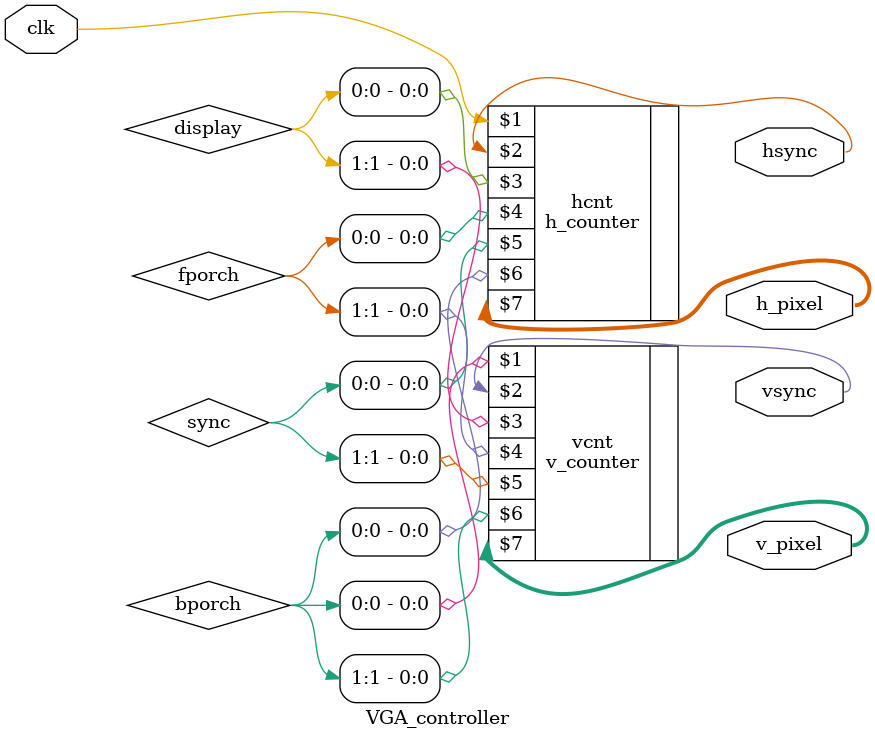
<source format=v>
`timescale 1ns / 1ps

module VGA_controller(clk, h_pixel, v_pixel, hsync, vsync);
input wire clk;
output wire [10:0] h_pixel;
output wire [9:0] v_pixel;
output wire hsync, vsync;

wire [1:0] display, sync, bporch, fporch;

h_counter hcnt (clk, hsync, display[0], fporch[0], sync[0], bporch[0], h_pixel);
v_counter vcnt (bporch[0], vsync, display[1], fporch[1], sync[1], bporch[1], v_pixel);

endmodule
</source>
